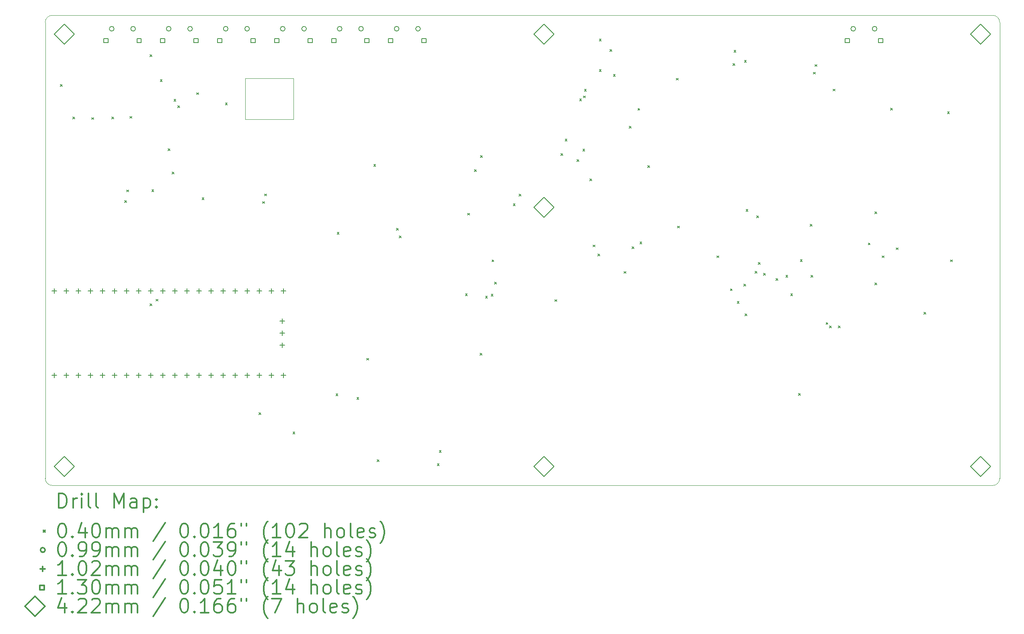
<source format=gbr>
%FSLAX45Y45*%
G04 Gerber Fmt 4.5, Leading zero omitted, Abs format (unit mm)*
G04 Created by KiCad (PCBNEW (5.1.9)-1) date 2021-09-13 12:18:12*
%MOMM*%
%LPD*%
G01*
G04 APERTURE LIST*
%TA.AperFunction,Profile*%
%ADD10C,0.100000*%
%TD*%
%TA.AperFunction,Profile*%
%ADD11C,0.050000*%
%TD*%
%ADD12C,0.200000*%
%ADD13C,0.300000*%
G04 APERTURE END LIST*
D10*
X10625000Y-4629000D02*
X10625000Y-5490000D01*
X9613000Y-4629000D02*
X10625000Y-4629000D01*
X9613000Y-5490000D02*
X9613000Y-4629000D01*
X10625000Y-5490000D02*
X9613000Y-5490000D01*
D11*
X25350000Y-3300000D02*
G75*
G02*
X25500000Y-3450000I0J-150000D01*
G01*
X25500000Y-13060000D02*
G75*
G02*
X25350000Y-13210000I-150000J0D01*
G01*
X5550000Y-13210000D02*
G75*
G02*
X5400000Y-13060000I0J150000D01*
G01*
X5400000Y-3450000D02*
G75*
G02*
X5550000Y-3300000I150000J0D01*
G01*
X5400000Y-13060000D02*
X5400000Y-3450000D01*
X25350000Y-13210000D02*
X5550000Y-13210000D01*
X25500000Y-3450000D02*
X25500000Y-13060000D01*
X5550000Y-3300000D02*
X25350000Y-3300000D01*
D12*
X5715000Y-4756000D02*
X5755000Y-4796000D01*
X5755000Y-4756000D02*
X5715000Y-4796000D01*
X5982000Y-5443000D02*
X6022000Y-5483000D01*
X6022000Y-5443000D02*
X5982000Y-5483000D01*
X6378000Y-5458000D02*
X6418000Y-5498000D01*
X6418000Y-5458000D02*
X6378000Y-5498000D01*
X6800000Y-5442000D02*
X6840000Y-5482000D01*
X6840000Y-5442000D02*
X6800000Y-5482000D01*
X7069999Y-7208000D02*
X7109999Y-7248000D01*
X7109999Y-7208000D02*
X7069999Y-7248000D01*
X7113000Y-6981000D02*
X7153000Y-7021000D01*
X7153000Y-6981000D02*
X7113000Y-7021000D01*
X7181000Y-5432000D02*
X7221000Y-5472000D01*
X7221000Y-5432000D02*
X7181000Y-5472000D01*
X7605000Y-4133000D02*
X7645000Y-4173000D01*
X7645000Y-4133000D02*
X7605000Y-4173000D01*
X7608000Y-9381000D02*
X7648000Y-9421000D01*
X7648000Y-9381000D02*
X7608000Y-9421000D01*
X7644000Y-6977000D02*
X7684000Y-7017000D01*
X7684000Y-6977000D02*
X7644000Y-7017000D01*
X7731000Y-9283000D02*
X7771000Y-9323000D01*
X7771000Y-9283000D02*
X7731000Y-9323000D01*
X7823000Y-4658000D02*
X7863000Y-4698000D01*
X7863000Y-4658000D02*
X7823000Y-4698000D01*
X7990000Y-6116000D02*
X8030000Y-6156000D01*
X8030000Y-6116000D02*
X7990000Y-6156000D01*
X8072000Y-6603000D02*
X8112000Y-6643000D01*
X8112000Y-6603000D02*
X8072000Y-6643000D01*
X8110000Y-5074000D02*
X8150000Y-5114000D01*
X8150000Y-5074000D02*
X8110000Y-5114000D01*
X8187406Y-5207761D02*
X8227406Y-5247761D01*
X8227406Y-5207761D02*
X8187406Y-5247761D01*
X8588000Y-4931000D02*
X8628000Y-4971000D01*
X8628000Y-4931000D02*
X8588000Y-4971000D01*
X8702000Y-7143000D02*
X8742000Y-7183000D01*
X8742000Y-7143000D02*
X8702000Y-7183000D01*
X9194495Y-5146495D02*
X9234495Y-5186495D01*
X9234495Y-5146495D02*
X9194495Y-5186495D01*
X9899500Y-11674500D02*
X9939500Y-11714500D01*
X9939500Y-11674500D02*
X9899500Y-11714500D01*
X9977000Y-7226000D02*
X10017000Y-7266000D01*
X10017000Y-7226000D02*
X9977000Y-7266000D01*
X10019000Y-7066000D02*
X10059000Y-7106000D01*
X10059000Y-7066000D02*
X10019000Y-7106000D01*
X10615000Y-12085000D02*
X10655000Y-12125000D01*
X10655000Y-12085000D02*
X10615000Y-12125000D01*
X11522000Y-11279000D02*
X11562000Y-11319000D01*
X11562000Y-11279000D02*
X11522000Y-11319000D01*
X11548000Y-7874000D02*
X11588000Y-7914000D01*
X11588000Y-7874000D02*
X11548000Y-7914000D01*
X11963000Y-11352000D02*
X12003000Y-11392000D01*
X12003000Y-11352000D02*
X11963000Y-11392000D01*
X12167000Y-10529000D02*
X12207000Y-10569000D01*
X12207000Y-10529000D02*
X12167000Y-10569000D01*
X12317000Y-6445000D02*
X12357000Y-6485000D01*
X12357000Y-6445000D02*
X12317000Y-6485000D01*
X12390000Y-12666000D02*
X12430000Y-12706000D01*
X12430000Y-12666000D02*
X12390000Y-12706000D01*
X12798000Y-7787000D02*
X12838000Y-7827000D01*
X12838000Y-7787000D02*
X12798000Y-7827000D01*
X12854000Y-7953000D02*
X12894000Y-7993000D01*
X12894000Y-7953000D02*
X12854000Y-7993000D01*
X13656000Y-12751000D02*
X13696000Y-12791000D01*
X13696000Y-12751000D02*
X13656000Y-12791000D01*
X13697000Y-12473000D02*
X13737000Y-12513000D01*
X13737000Y-12473000D02*
X13697000Y-12513000D01*
X14248000Y-9171000D02*
X14288000Y-9211000D01*
X14288000Y-9171000D02*
X14248000Y-9211000D01*
X14295000Y-7472000D02*
X14335000Y-7512000D01*
X14335000Y-7472000D02*
X14295000Y-7512000D01*
X14437502Y-6550498D02*
X14477502Y-6590498D01*
X14477502Y-6550498D02*
X14437502Y-6590498D01*
X14560000Y-10420000D02*
X14600000Y-10460000D01*
X14600000Y-10420000D02*
X14560000Y-10460000D01*
X14568000Y-6260000D02*
X14608000Y-6300000D01*
X14608000Y-6260000D02*
X14568000Y-6300000D01*
X14671000Y-9223000D02*
X14711000Y-9263000D01*
X14711000Y-9223000D02*
X14671000Y-9263000D01*
X14791000Y-9181000D02*
X14831000Y-9221000D01*
X14831000Y-9181000D02*
X14791000Y-9221000D01*
X14806000Y-8453000D02*
X14846000Y-8493000D01*
X14846000Y-8453000D02*
X14806000Y-8493000D01*
X14861001Y-8921000D02*
X14901001Y-8961000D01*
X14901001Y-8921000D02*
X14861001Y-8961000D01*
X15256000Y-7270000D02*
X15296000Y-7310000D01*
X15296000Y-7270000D02*
X15256000Y-7310000D01*
X15377000Y-7070000D02*
X15417000Y-7110000D01*
X15417000Y-7070000D02*
X15377000Y-7110000D01*
X16133004Y-9292001D02*
X16173004Y-9332001D01*
X16173004Y-9292001D02*
X16133004Y-9332001D01*
X16260000Y-6217000D02*
X16300000Y-6257000D01*
X16300000Y-6217000D02*
X16260000Y-6257000D01*
X16349000Y-5912000D02*
X16389000Y-5952000D01*
X16389000Y-5912000D02*
X16349000Y-5952000D01*
X16596000Y-6339999D02*
X16636000Y-6379999D01*
X16636000Y-6339999D02*
X16596000Y-6379999D01*
X16652498Y-5061498D02*
X16692498Y-5101498D01*
X16692498Y-5061498D02*
X16652498Y-5101498D01*
X16721000Y-6123000D02*
X16761000Y-6163000D01*
X16761000Y-6123000D02*
X16721000Y-6163000D01*
X16730657Y-4999117D02*
X16770657Y-5039117D01*
X16770657Y-4999117D02*
X16730657Y-5039117D01*
X16755000Y-4860000D02*
X16795000Y-4900000D01*
X16795000Y-4860000D02*
X16755000Y-4900000D01*
X16869000Y-6749000D02*
X16909000Y-6789000D01*
X16909000Y-6749000D02*
X16869000Y-6789000D01*
X16937000Y-8140000D02*
X16977000Y-8180000D01*
X16977000Y-8140000D02*
X16937000Y-8180000D01*
X17038717Y-8329717D02*
X17078717Y-8369717D01*
X17078717Y-8329717D02*
X17038717Y-8369717D01*
X17067000Y-3804000D02*
X17107000Y-3844000D01*
X17107000Y-3804000D02*
X17067000Y-3844000D01*
X17067000Y-4446000D02*
X17107000Y-4486000D01*
X17107000Y-4446000D02*
X17067000Y-4486000D01*
X17295000Y-4020000D02*
X17335000Y-4060000D01*
X17335000Y-4020000D02*
X17295000Y-4060000D01*
X17365001Y-4544000D02*
X17405001Y-4584000D01*
X17405001Y-4544000D02*
X17365001Y-4584000D01*
X17587002Y-8700001D02*
X17627002Y-8740001D01*
X17627002Y-8700001D02*
X17587002Y-8740001D01*
X17700000Y-5637001D02*
X17740000Y-5677001D01*
X17740000Y-5637001D02*
X17700000Y-5677001D01*
X17755000Y-8176000D02*
X17795000Y-8216000D01*
X17795000Y-8176000D02*
X17755000Y-8216000D01*
X17881000Y-5263000D02*
X17921000Y-5303000D01*
X17921000Y-5263000D02*
X17881000Y-5303000D01*
X17922000Y-8078000D02*
X17962000Y-8118000D01*
X17962000Y-8078000D02*
X17922000Y-8118000D01*
X18088998Y-6471002D02*
X18128998Y-6511002D01*
X18128998Y-6471002D02*
X18088998Y-6511002D01*
X18686000Y-4627000D02*
X18726000Y-4667000D01*
X18726000Y-4627000D02*
X18686000Y-4667000D01*
X18716000Y-7742000D02*
X18756000Y-7782000D01*
X18756000Y-7742000D02*
X18716000Y-7782000D01*
X19544000Y-8369000D02*
X19584000Y-8409000D01*
X19584000Y-8369000D02*
X19544000Y-8409000D01*
X19828000Y-9064000D02*
X19868000Y-9104000D01*
X19868000Y-9064000D02*
X19828000Y-9104000D01*
X19883750Y-4320750D02*
X19923750Y-4360750D01*
X19923750Y-4320750D02*
X19883750Y-4360750D01*
X19903000Y-4038000D02*
X19943000Y-4078000D01*
X19943000Y-4038000D02*
X19903000Y-4078000D01*
X19972000Y-9330000D02*
X20012000Y-9370000D01*
X20012000Y-9330000D02*
X19972000Y-9370000D01*
X20112000Y-8965000D02*
X20152000Y-9005000D01*
X20152000Y-8965000D02*
X20112000Y-9005000D01*
X20125000Y-4253000D02*
X20165000Y-4293000D01*
X20165000Y-4253000D02*
X20125000Y-4293000D01*
X20138213Y-9595210D02*
X20178213Y-9635210D01*
X20178213Y-9595210D02*
X20138213Y-9635210D01*
X20157498Y-7393502D02*
X20197498Y-7433502D01*
X20197498Y-7393502D02*
X20157498Y-7433502D01*
X20349000Y-8696999D02*
X20389000Y-8736999D01*
X20389000Y-8696999D02*
X20349000Y-8736999D01*
X20380000Y-7530000D02*
X20420000Y-7570000D01*
X20420000Y-7530000D02*
X20380000Y-7570000D01*
X20418000Y-8508000D02*
X20458000Y-8548000D01*
X20458000Y-8508000D02*
X20418000Y-8548000D01*
X20528000Y-8736000D02*
X20568000Y-8776000D01*
X20568000Y-8736000D02*
X20528000Y-8776000D01*
X20786000Y-8846000D02*
X20826000Y-8886000D01*
X20826000Y-8846000D02*
X20786000Y-8886000D01*
X20996538Y-8780003D02*
X21036538Y-8820003D01*
X21036538Y-8780003D02*
X20996538Y-8820003D01*
X21097000Y-9170000D02*
X21137000Y-9210000D01*
X21137000Y-9170000D02*
X21097000Y-9210000D01*
X21264000Y-11267000D02*
X21304000Y-11307000D01*
X21304000Y-11267000D02*
X21264000Y-11307000D01*
X21301000Y-8451000D02*
X21341000Y-8491000D01*
X21341000Y-8451000D02*
X21301000Y-8491000D01*
X21508002Y-7707002D02*
X21548002Y-7747002D01*
X21548002Y-7707002D02*
X21508002Y-7747002D01*
X21525999Y-8780003D02*
X21565999Y-8820003D01*
X21565999Y-8780003D02*
X21525999Y-8820003D01*
X21577000Y-4500000D02*
X21617000Y-4540000D01*
X21617000Y-4500000D02*
X21577000Y-4540000D01*
X21610000Y-4339000D02*
X21650000Y-4379000D01*
X21650000Y-4339000D02*
X21610000Y-4379000D01*
X21841840Y-9774998D02*
X21881840Y-9814998D01*
X21881840Y-9774998D02*
X21841840Y-9814998D01*
X21915000Y-9844999D02*
X21955000Y-9884999D01*
X21955000Y-9844999D02*
X21915000Y-9884999D01*
X21988000Y-4855000D02*
X22028000Y-4895000D01*
X22028000Y-4855000D02*
X21988000Y-4895000D01*
X22099116Y-9848422D02*
X22139116Y-9888422D01*
X22139116Y-9848422D02*
X22099116Y-9888422D01*
X22731625Y-8097379D02*
X22771625Y-8137379D01*
X22771625Y-8097379D02*
X22731625Y-8137379D01*
X22869000Y-8941000D02*
X22909000Y-8981000D01*
X22909000Y-8941000D02*
X22869000Y-8981000D01*
X22873000Y-7442000D02*
X22913000Y-7482000D01*
X22913000Y-7442000D02*
X22873000Y-7482000D01*
X23024502Y-8368502D02*
X23064502Y-8408502D01*
X23064502Y-8368502D02*
X23024502Y-8408502D01*
X23200000Y-5255000D02*
X23240000Y-5295000D01*
X23240000Y-5255000D02*
X23200000Y-5295000D01*
X23322000Y-8201000D02*
X23362000Y-8241000D01*
X23362000Y-8201000D02*
X23322000Y-8241000D01*
X23906000Y-9561000D02*
X23946000Y-9601000D01*
X23946000Y-9561000D02*
X23906000Y-9601000D01*
X24399000Y-5337000D02*
X24439000Y-5377000D01*
X24439000Y-5337000D02*
X24399000Y-5377000D01*
X24466000Y-8455000D02*
X24506000Y-8495000D01*
X24506000Y-8455000D02*
X24466000Y-8495000D01*
X6849500Y-3585000D02*
G75*
G03*
X6849500Y-3585000I-49500J0D01*
G01*
X7299500Y-3585000D02*
G75*
G03*
X7299500Y-3585000I-49500J0D01*
G01*
X8049500Y-3585000D02*
G75*
G03*
X8049500Y-3585000I-49500J0D01*
G01*
X8499500Y-3585000D02*
G75*
G03*
X8499500Y-3585000I-49500J0D01*
G01*
X9249500Y-3585000D02*
G75*
G03*
X9249500Y-3585000I-49500J0D01*
G01*
X9699500Y-3585000D02*
G75*
G03*
X9699500Y-3585000I-49500J0D01*
G01*
X10449500Y-3585000D02*
G75*
G03*
X10449500Y-3585000I-49500J0D01*
G01*
X10899500Y-3585000D02*
G75*
G03*
X10899500Y-3585000I-49500J0D01*
G01*
X11649500Y-3585000D02*
G75*
G03*
X11649500Y-3585000I-49500J0D01*
G01*
X12099500Y-3585000D02*
G75*
G03*
X12099500Y-3585000I-49500J0D01*
G01*
X12849500Y-3585000D02*
G75*
G03*
X12849500Y-3585000I-49500J0D01*
G01*
X13299500Y-3585000D02*
G75*
G03*
X13299500Y-3585000I-49500J0D01*
G01*
X22464500Y-3585000D02*
G75*
G03*
X22464500Y-3585000I-49500J0D01*
G01*
X22914500Y-3585000D02*
G75*
G03*
X22914500Y-3585000I-49500J0D01*
G01*
X5591000Y-9057000D02*
X5591000Y-9159000D01*
X5540000Y-9108000D02*
X5642000Y-9108000D01*
X5591000Y-10835000D02*
X5591000Y-10937000D01*
X5540000Y-10886000D02*
X5642000Y-10886000D01*
X5845000Y-9057000D02*
X5845000Y-9159000D01*
X5794000Y-9108000D02*
X5896000Y-9108000D01*
X5845000Y-10835000D02*
X5845000Y-10937000D01*
X5794000Y-10886000D02*
X5896000Y-10886000D01*
X6099000Y-9057000D02*
X6099000Y-9159000D01*
X6048000Y-9108000D02*
X6150000Y-9108000D01*
X6099000Y-10835000D02*
X6099000Y-10937000D01*
X6048000Y-10886000D02*
X6150000Y-10886000D01*
X6353000Y-9057000D02*
X6353000Y-9159000D01*
X6302000Y-9108000D02*
X6404000Y-9108000D01*
X6353000Y-10835000D02*
X6353000Y-10937000D01*
X6302000Y-10886000D02*
X6404000Y-10886000D01*
X6607000Y-9057000D02*
X6607000Y-9159000D01*
X6556000Y-9108000D02*
X6658000Y-9108000D01*
X6607000Y-10835000D02*
X6607000Y-10937000D01*
X6556000Y-10886000D02*
X6658000Y-10886000D01*
X6861000Y-9057000D02*
X6861000Y-9159000D01*
X6810000Y-9108000D02*
X6912000Y-9108000D01*
X6861000Y-10835000D02*
X6861000Y-10937000D01*
X6810000Y-10886000D02*
X6912000Y-10886000D01*
X7115000Y-9057000D02*
X7115000Y-9159000D01*
X7064000Y-9108000D02*
X7166000Y-9108000D01*
X7115000Y-10835000D02*
X7115000Y-10937000D01*
X7064000Y-10886000D02*
X7166000Y-10886000D01*
X7369000Y-9057000D02*
X7369000Y-9159000D01*
X7318000Y-9108000D02*
X7420000Y-9108000D01*
X7369000Y-10835000D02*
X7369000Y-10937000D01*
X7318000Y-10886000D02*
X7420000Y-10886000D01*
X7623000Y-9057000D02*
X7623000Y-9159000D01*
X7572000Y-9108000D02*
X7674000Y-9108000D01*
X7623000Y-10835000D02*
X7623000Y-10937000D01*
X7572000Y-10886000D02*
X7674000Y-10886000D01*
X7877000Y-9057000D02*
X7877000Y-9159000D01*
X7826000Y-9108000D02*
X7928000Y-9108000D01*
X7877000Y-10835000D02*
X7877000Y-10937000D01*
X7826000Y-10886000D02*
X7928000Y-10886000D01*
X8131000Y-9057000D02*
X8131000Y-9159000D01*
X8080000Y-9108000D02*
X8182000Y-9108000D01*
X8131000Y-10835000D02*
X8131000Y-10937000D01*
X8080000Y-10886000D02*
X8182000Y-10886000D01*
X8385000Y-9057000D02*
X8385000Y-9159000D01*
X8334000Y-9108000D02*
X8436000Y-9108000D01*
X8385000Y-10835000D02*
X8385000Y-10937000D01*
X8334000Y-10886000D02*
X8436000Y-10886000D01*
X8639000Y-9057000D02*
X8639000Y-9159000D01*
X8588000Y-9108000D02*
X8690000Y-9108000D01*
X8639000Y-10835000D02*
X8639000Y-10937000D01*
X8588000Y-10886000D02*
X8690000Y-10886000D01*
X8893000Y-9057000D02*
X8893000Y-9159000D01*
X8842000Y-9108000D02*
X8944000Y-9108000D01*
X8893000Y-10835000D02*
X8893000Y-10937000D01*
X8842000Y-10886000D02*
X8944000Y-10886000D01*
X9147000Y-9057000D02*
X9147000Y-9159000D01*
X9096000Y-9108000D02*
X9198000Y-9108000D01*
X9147000Y-10835000D02*
X9147000Y-10937000D01*
X9096000Y-10886000D02*
X9198000Y-10886000D01*
X9401000Y-9057000D02*
X9401000Y-9159000D01*
X9350000Y-9108000D02*
X9452000Y-9108000D01*
X9401000Y-10835000D02*
X9401000Y-10937000D01*
X9350000Y-10886000D02*
X9452000Y-10886000D01*
X9655000Y-9057000D02*
X9655000Y-9159000D01*
X9604000Y-9108000D02*
X9706000Y-9108000D01*
X9655000Y-10835000D02*
X9655000Y-10937000D01*
X9604000Y-10886000D02*
X9706000Y-10886000D01*
X9909000Y-9057000D02*
X9909000Y-9159000D01*
X9858000Y-9108000D02*
X9960000Y-9108000D01*
X9909000Y-10835000D02*
X9909000Y-10937000D01*
X9858000Y-10886000D02*
X9960000Y-10886000D01*
X10163000Y-9057000D02*
X10163000Y-9159000D01*
X10112000Y-9108000D02*
X10214000Y-9108000D01*
X10163000Y-10835000D02*
X10163000Y-10937000D01*
X10112000Y-10886000D02*
X10214000Y-10886000D01*
X10394000Y-9692000D02*
X10394000Y-9794000D01*
X10343000Y-9743000D02*
X10445000Y-9743000D01*
X10394000Y-9946000D02*
X10394000Y-10048000D01*
X10343000Y-9997000D02*
X10445000Y-9997000D01*
X10394000Y-10200000D02*
X10394000Y-10302000D01*
X10343000Y-10251000D02*
X10445000Y-10251000D01*
X10417000Y-9057000D02*
X10417000Y-9159000D01*
X10366000Y-9108000D02*
X10468000Y-9108000D01*
X10417000Y-10835000D02*
X10417000Y-10937000D01*
X10366000Y-10886000D02*
X10468000Y-10886000D01*
X6720962Y-3879962D02*
X6720962Y-3788038D01*
X6629038Y-3788038D01*
X6629038Y-3879962D01*
X6720962Y-3879962D01*
X7421962Y-3879962D02*
X7421962Y-3788038D01*
X7330038Y-3788038D01*
X7330038Y-3879962D01*
X7421962Y-3879962D01*
X7920962Y-3879962D02*
X7920962Y-3788038D01*
X7829038Y-3788038D01*
X7829038Y-3879962D01*
X7920962Y-3879962D01*
X8621962Y-3879962D02*
X8621962Y-3788038D01*
X8530038Y-3788038D01*
X8530038Y-3879962D01*
X8621962Y-3879962D01*
X9120962Y-3879962D02*
X9120962Y-3788038D01*
X9029038Y-3788038D01*
X9029038Y-3879962D01*
X9120962Y-3879962D01*
X9821962Y-3879962D02*
X9821962Y-3788038D01*
X9730038Y-3788038D01*
X9730038Y-3879962D01*
X9821962Y-3879962D01*
X10320962Y-3879962D02*
X10320962Y-3788038D01*
X10229038Y-3788038D01*
X10229038Y-3879962D01*
X10320962Y-3879962D01*
X11021962Y-3879962D02*
X11021962Y-3788038D01*
X10930038Y-3788038D01*
X10930038Y-3879962D01*
X11021962Y-3879962D01*
X11520962Y-3879962D02*
X11520962Y-3788038D01*
X11429038Y-3788038D01*
X11429038Y-3879962D01*
X11520962Y-3879962D01*
X12221962Y-3879962D02*
X12221962Y-3788038D01*
X12130038Y-3788038D01*
X12130038Y-3879962D01*
X12221962Y-3879962D01*
X12720962Y-3879962D02*
X12720962Y-3788038D01*
X12629038Y-3788038D01*
X12629038Y-3879962D01*
X12720962Y-3879962D01*
X13421962Y-3879962D02*
X13421962Y-3788038D01*
X13330038Y-3788038D01*
X13330038Y-3879962D01*
X13421962Y-3879962D01*
X22335962Y-3879962D02*
X22335962Y-3788038D01*
X22244038Y-3788038D01*
X22244038Y-3879962D01*
X22335962Y-3879962D01*
X23036962Y-3879962D02*
X23036962Y-3788038D01*
X22945038Y-3788038D01*
X22945038Y-3879962D01*
X23036962Y-3879962D01*
X5800000Y-3911000D02*
X6011000Y-3700000D01*
X5800000Y-3489000D01*
X5589000Y-3700000D01*
X5800000Y-3911000D01*
X5800000Y-13021000D02*
X6011000Y-12810000D01*
X5800000Y-12599000D01*
X5589000Y-12810000D01*
X5800000Y-13021000D01*
X15900000Y-3911000D02*
X16111000Y-3700000D01*
X15900000Y-3489000D01*
X15689000Y-3700000D01*
X15900000Y-3911000D01*
X15900000Y-7556000D02*
X16111000Y-7345000D01*
X15900000Y-7134000D01*
X15689000Y-7345000D01*
X15900000Y-7556000D01*
X15900000Y-13021000D02*
X16111000Y-12810000D01*
X15900000Y-12599000D01*
X15689000Y-12810000D01*
X15900000Y-13021000D01*
X25100000Y-3911000D02*
X25311000Y-3700000D01*
X25100000Y-3489000D01*
X24889000Y-3700000D01*
X25100000Y-3911000D01*
X25100000Y-13021000D02*
X25311000Y-12810000D01*
X25100000Y-12599000D01*
X24889000Y-12810000D01*
X25100000Y-13021000D01*
D13*
X5683928Y-13678214D02*
X5683928Y-13378214D01*
X5755357Y-13378214D01*
X5798214Y-13392500D01*
X5826786Y-13421071D01*
X5841071Y-13449643D01*
X5855357Y-13506786D01*
X5855357Y-13549643D01*
X5841071Y-13606786D01*
X5826786Y-13635357D01*
X5798214Y-13663929D01*
X5755357Y-13678214D01*
X5683928Y-13678214D01*
X5983928Y-13678214D02*
X5983928Y-13478214D01*
X5983928Y-13535357D02*
X5998214Y-13506786D01*
X6012500Y-13492500D01*
X6041071Y-13478214D01*
X6069643Y-13478214D01*
X6169643Y-13678214D02*
X6169643Y-13478214D01*
X6169643Y-13378214D02*
X6155357Y-13392500D01*
X6169643Y-13406786D01*
X6183928Y-13392500D01*
X6169643Y-13378214D01*
X6169643Y-13406786D01*
X6355357Y-13678214D02*
X6326786Y-13663929D01*
X6312500Y-13635357D01*
X6312500Y-13378214D01*
X6512500Y-13678214D02*
X6483928Y-13663929D01*
X6469643Y-13635357D01*
X6469643Y-13378214D01*
X6855357Y-13678214D02*
X6855357Y-13378214D01*
X6955357Y-13592500D01*
X7055357Y-13378214D01*
X7055357Y-13678214D01*
X7326786Y-13678214D02*
X7326786Y-13521071D01*
X7312500Y-13492500D01*
X7283928Y-13478214D01*
X7226786Y-13478214D01*
X7198214Y-13492500D01*
X7326786Y-13663929D02*
X7298214Y-13678214D01*
X7226786Y-13678214D01*
X7198214Y-13663929D01*
X7183928Y-13635357D01*
X7183928Y-13606786D01*
X7198214Y-13578214D01*
X7226786Y-13563929D01*
X7298214Y-13563929D01*
X7326786Y-13549643D01*
X7469643Y-13478214D02*
X7469643Y-13778214D01*
X7469643Y-13492500D02*
X7498214Y-13478214D01*
X7555357Y-13478214D01*
X7583928Y-13492500D01*
X7598214Y-13506786D01*
X7612500Y-13535357D01*
X7612500Y-13621071D01*
X7598214Y-13649643D01*
X7583928Y-13663929D01*
X7555357Y-13678214D01*
X7498214Y-13678214D01*
X7469643Y-13663929D01*
X7741071Y-13649643D02*
X7755357Y-13663929D01*
X7741071Y-13678214D01*
X7726786Y-13663929D01*
X7741071Y-13649643D01*
X7741071Y-13678214D01*
X7741071Y-13492500D02*
X7755357Y-13506786D01*
X7741071Y-13521071D01*
X7726786Y-13506786D01*
X7741071Y-13492500D01*
X7741071Y-13521071D01*
X5357500Y-14152500D02*
X5397500Y-14192500D01*
X5397500Y-14152500D02*
X5357500Y-14192500D01*
X5741071Y-14008214D02*
X5769643Y-14008214D01*
X5798214Y-14022500D01*
X5812500Y-14036786D01*
X5826786Y-14065357D01*
X5841071Y-14122500D01*
X5841071Y-14193929D01*
X5826786Y-14251071D01*
X5812500Y-14279643D01*
X5798214Y-14293929D01*
X5769643Y-14308214D01*
X5741071Y-14308214D01*
X5712500Y-14293929D01*
X5698214Y-14279643D01*
X5683928Y-14251071D01*
X5669643Y-14193929D01*
X5669643Y-14122500D01*
X5683928Y-14065357D01*
X5698214Y-14036786D01*
X5712500Y-14022500D01*
X5741071Y-14008214D01*
X5969643Y-14279643D02*
X5983928Y-14293929D01*
X5969643Y-14308214D01*
X5955357Y-14293929D01*
X5969643Y-14279643D01*
X5969643Y-14308214D01*
X6241071Y-14108214D02*
X6241071Y-14308214D01*
X6169643Y-13993929D02*
X6098214Y-14208214D01*
X6283928Y-14208214D01*
X6455357Y-14008214D02*
X6483928Y-14008214D01*
X6512500Y-14022500D01*
X6526786Y-14036786D01*
X6541071Y-14065357D01*
X6555357Y-14122500D01*
X6555357Y-14193929D01*
X6541071Y-14251071D01*
X6526786Y-14279643D01*
X6512500Y-14293929D01*
X6483928Y-14308214D01*
X6455357Y-14308214D01*
X6426786Y-14293929D01*
X6412500Y-14279643D01*
X6398214Y-14251071D01*
X6383928Y-14193929D01*
X6383928Y-14122500D01*
X6398214Y-14065357D01*
X6412500Y-14036786D01*
X6426786Y-14022500D01*
X6455357Y-14008214D01*
X6683928Y-14308214D02*
X6683928Y-14108214D01*
X6683928Y-14136786D02*
X6698214Y-14122500D01*
X6726786Y-14108214D01*
X6769643Y-14108214D01*
X6798214Y-14122500D01*
X6812500Y-14151071D01*
X6812500Y-14308214D01*
X6812500Y-14151071D02*
X6826786Y-14122500D01*
X6855357Y-14108214D01*
X6898214Y-14108214D01*
X6926786Y-14122500D01*
X6941071Y-14151071D01*
X6941071Y-14308214D01*
X7083928Y-14308214D02*
X7083928Y-14108214D01*
X7083928Y-14136786D02*
X7098214Y-14122500D01*
X7126786Y-14108214D01*
X7169643Y-14108214D01*
X7198214Y-14122500D01*
X7212500Y-14151071D01*
X7212500Y-14308214D01*
X7212500Y-14151071D02*
X7226786Y-14122500D01*
X7255357Y-14108214D01*
X7298214Y-14108214D01*
X7326786Y-14122500D01*
X7341071Y-14151071D01*
X7341071Y-14308214D01*
X7926786Y-13993929D02*
X7669643Y-14379643D01*
X8312500Y-14008214D02*
X8341071Y-14008214D01*
X8369643Y-14022500D01*
X8383928Y-14036786D01*
X8398214Y-14065357D01*
X8412500Y-14122500D01*
X8412500Y-14193929D01*
X8398214Y-14251071D01*
X8383928Y-14279643D01*
X8369643Y-14293929D01*
X8341071Y-14308214D01*
X8312500Y-14308214D01*
X8283928Y-14293929D01*
X8269643Y-14279643D01*
X8255357Y-14251071D01*
X8241071Y-14193929D01*
X8241071Y-14122500D01*
X8255357Y-14065357D01*
X8269643Y-14036786D01*
X8283928Y-14022500D01*
X8312500Y-14008214D01*
X8541071Y-14279643D02*
X8555357Y-14293929D01*
X8541071Y-14308214D01*
X8526786Y-14293929D01*
X8541071Y-14279643D01*
X8541071Y-14308214D01*
X8741071Y-14008214D02*
X8769643Y-14008214D01*
X8798214Y-14022500D01*
X8812500Y-14036786D01*
X8826786Y-14065357D01*
X8841071Y-14122500D01*
X8841071Y-14193929D01*
X8826786Y-14251071D01*
X8812500Y-14279643D01*
X8798214Y-14293929D01*
X8769643Y-14308214D01*
X8741071Y-14308214D01*
X8712500Y-14293929D01*
X8698214Y-14279643D01*
X8683928Y-14251071D01*
X8669643Y-14193929D01*
X8669643Y-14122500D01*
X8683928Y-14065357D01*
X8698214Y-14036786D01*
X8712500Y-14022500D01*
X8741071Y-14008214D01*
X9126786Y-14308214D02*
X8955357Y-14308214D01*
X9041071Y-14308214D02*
X9041071Y-14008214D01*
X9012500Y-14051071D01*
X8983928Y-14079643D01*
X8955357Y-14093929D01*
X9383928Y-14008214D02*
X9326786Y-14008214D01*
X9298214Y-14022500D01*
X9283928Y-14036786D01*
X9255357Y-14079643D01*
X9241071Y-14136786D01*
X9241071Y-14251071D01*
X9255357Y-14279643D01*
X9269643Y-14293929D01*
X9298214Y-14308214D01*
X9355357Y-14308214D01*
X9383928Y-14293929D01*
X9398214Y-14279643D01*
X9412500Y-14251071D01*
X9412500Y-14179643D01*
X9398214Y-14151071D01*
X9383928Y-14136786D01*
X9355357Y-14122500D01*
X9298214Y-14122500D01*
X9269643Y-14136786D01*
X9255357Y-14151071D01*
X9241071Y-14179643D01*
X9526786Y-14008214D02*
X9526786Y-14065357D01*
X9641071Y-14008214D02*
X9641071Y-14065357D01*
X10083928Y-14422500D02*
X10069643Y-14408214D01*
X10041071Y-14365357D01*
X10026786Y-14336786D01*
X10012500Y-14293929D01*
X9998214Y-14222500D01*
X9998214Y-14165357D01*
X10012500Y-14093929D01*
X10026786Y-14051071D01*
X10041071Y-14022500D01*
X10069643Y-13979643D01*
X10083928Y-13965357D01*
X10355357Y-14308214D02*
X10183928Y-14308214D01*
X10269643Y-14308214D02*
X10269643Y-14008214D01*
X10241071Y-14051071D01*
X10212500Y-14079643D01*
X10183928Y-14093929D01*
X10541071Y-14008214D02*
X10569643Y-14008214D01*
X10598214Y-14022500D01*
X10612500Y-14036786D01*
X10626786Y-14065357D01*
X10641071Y-14122500D01*
X10641071Y-14193929D01*
X10626786Y-14251071D01*
X10612500Y-14279643D01*
X10598214Y-14293929D01*
X10569643Y-14308214D01*
X10541071Y-14308214D01*
X10512500Y-14293929D01*
X10498214Y-14279643D01*
X10483928Y-14251071D01*
X10469643Y-14193929D01*
X10469643Y-14122500D01*
X10483928Y-14065357D01*
X10498214Y-14036786D01*
X10512500Y-14022500D01*
X10541071Y-14008214D01*
X10755357Y-14036786D02*
X10769643Y-14022500D01*
X10798214Y-14008214D01*
X10869643Y-14008214D01*
X10898214Y-14022500D01*
X10912500Y-14036786D01*
X10926786Y-14065357D01*
X10926786Y-14093929D01*
X10912500Y-14136786D01*
X10741071Y-14308214D01*
X10926786Y-14308214D01*
X11283928Y-14308214D02*
X11283928Y-14008214D01*
X11412500Y-14308214D02*
X11412500Y-14151071D01*
X11398214Y-14122500D01*
X11369643Y-14108214D01*
X11326786Y-14108214D01*
X11298214Y-14122500D01*
X11283928Y-14136786D01*
X11598214Y-14308214D02*
X11569643Y-14293929D01*
X11555357Y-14279643D01*
X11541071Y-14251071D01*
X11541071Y-14165357D01*
X11555357Y-14136786D01*
X11569643Y-14122500D01*
X11598214Y-14108214D01*
X11641071Y-14108214D01*
X11669643Y-14122500D01*
X11683928Y-14136786D01*
X11698214Y-14165357D01*
X11698214Y-14251071D01*
X11683928Y-14279643D01*
X11669643Y-14293929D01*
X11641071Y-14308214D01*
X11598214Y-14308214D01*
X11869643Y-14308214D02*
X11841071Y-14293929D01*
X11826786Y-14265357D01*
X11826786Y-14008214D01*
X12098214Y-14293929D02*
X12069643Y-14308214D01*
X12012500Y-14308214D01*
X11983928Y-14293929D01*
X11969643Y-14265357D01*
X11969643Y-14151071D01*
X11983928Y-14122500D01*
X12012500Y-14108214D01*
X12069643Y-14108214D01*
X12098214Y-14122500D01*
X12112500Y-14151071D01*
X12112500Y-14179643D01*
X11969643Y-14208214D01*
X12226786Y-14293929D02*
X12255357Y-14308214D01*
X12312500Y-14308214D01*
X12341071Y-14293929D01*
X12355357Y-14265357D01*
X12355357Y-14251071D01*
X12341071Y-14222500D01*
X12312500Y-14208214D01*
X12269643Y-14208214D01*
X12241071Y-14193929D01*
X12226786Y-14165357D01*
X12226786Y-14151071D01*
X12241071Y-14122500D01*
X12269643Y-14108214D01*
X12312500Y-14108214D01*
X12341071Y-14122500D01*
X12455357Y-14422500D02*
X12469643Y-14408214D01*
X12498214Y-14365357D01*
X12512500Y-14336786D01*
X12526786Y-14293929D01*
X12541071Y-14222500D01*
X12541071Y-14165357D01*
X12526786Y-14093929D01*
X12512500Y-14051071D01*
X12498214Y-14022500D01*
X12469643Y-13979643D01*
X12455357Y-13965357D01*
X5397500Y-14568500D02*
G75*
G03*
X5397500Y-14568500I-49500J0D01*
G01*
X5741071Y-14404214D02*
X5769643Y-14404214D01*
X5798214Y-14418500D01*
X5812500Y-14432786D01*
X5826786Y-14461357D01*
X5841071Y-14518500D01*
X5841071Y-14589929D01*
X5826786Y-14647071D01*
X5812500Y-14675643D01*
X5798214Y-14689929D01*
X5769643Y-14704214D01*
X5741071Y-14704214D01*
X5712500Y-14689929D01*
X5698214Y-14675643D01*
X5683928Y-14647071D01*
X5669643Y-14589929D01*
X5669643Y-14518500D01*
X5683928Y-14461357D01*
X5698214Y-14432786D01*
X5712500Y-14418500D01*
X5741071Y-14404214D01*
X5969643Y-14675643D02*
X5983928Y-14689929D01*
X5969643Y-14704214D01*
X5955357Y-14689929D01*
X5969643Y-14675643D01*
X5969643Y-14704214D01*
X6126786Y-14704214D02*
X6183928Y-14704214D01*
X6212500Y-14689929D01*
X6226786Y-14675643D01*
X6255357Y-14632786D01*
X6269643Y-14575643D01*
X6269643Y-14461357D01*
X6255357Y-14432786D01*
X6241071Y-14418500D01*
X6212500Y-14404214D01*
X6155357Y-14404214D01*
X6126786Y-14418500D01*
X6112500Y-14432786D01*
X6098214Y-14461357D01*
X6098214Y-14532786D01*
X6112500Y-14561357D01*
X6126786Y-14575643D01*
X6155357Y-14589929D01*
X6212500Y-14589929D01*
X6241071Y-14575643D01*
X6255357Y-14561357D01*
X6269643Y-14532786D01*
X6412500Y-14704214D02*
X6469643Y-14704214D01*
X6498214Y-14689929D01*
X6512500Y-14675643D01*
X6541071Y-14632786D01*
X6555357Y-14575643D01*
X6555357Y-14461357D01*
X6541071Y-14432786D01*
X6526786Y-14418500D01*
X6498214Y-14404214D01*
X6441071Y-14404214D01*
X6412500Y-14418500D01*
X6398214Y-14432786D01*
X6383928Y-14461357D01*
X6383928Y-14532786D01*
X6398214Y-14561357D01*
X6412500Y-14575643D01*
X6441071Y-14589929D01*
X6498214Y-14589929D01*
X6526786Y-14575643D01*
X6541071Y-14561357D01*
X6555357Y-14532786D01*
X6683928Y-14704214D02*
X6683928Y-14504214D01*
X6683928Y-14532786D02*
X6698214Y-14518500D01*
X6726786Y-14504214D01*
X6769643Y-14504214D01*
X6798214Y-14518500D01*
X6812500Y-14547071D01*
X6812500Y-14704214D01*
X6812500Y-14547071D02*
X6826786Y-14518500D01*
X6855357Y-14504214D01*
X6898214Y-14504214D01*
X6926786Y-14518500D01*
X6941071Y-14547071D01*
X6941071Y-14704214D01*
X7083928Y-14704214D02*
X7083928Y-14504214D01*
X7083928Y-14532786D02*
X7098214Y-14518500D01*
X7126786Y-14504214D01*
X7169643Y-14504214D01*
X7198214Y-14518500D01*
X7212500Y-14547071D01*
X7212500Y-14704214D01*
X7212500Y-14547071D02*
X7226786Y-14518500D01*
X7255357Y-14504214D01*
X7298214Y-14504214D01*
X7326786Y-14518500D01*
X7341071Y-14547071D01*
X7341071Y-14704214D01*
X7926786Y-14389929D02*
X7669643Y-14775643D01*
X8312500Y-14404214D02*
X8341071Y-14404214D01*
X8369643Y-14418500D01*
X8383928Y-14432786D01*
X8398214Y-14461357D01*
X8412500Y-14518500D01*
X8412500Y-14589929D01*
X8398214Y-14647071D01*
X8383928Y-14675643D01*
X8369643Y-14689929D01*
X8341071Y-14704214D01*
X8312500Y-14704214D01*
X8283928Y-14689929D01*
X8269643Y-14675643D01*
X8255357Y-14647071D01*
X8241071Y-14589929D01*
X8241071Y-14518500D01*
X8255357Y-14461357D01*
X8269643Y-14432786D01*
X8283928Y-14418500D01*
X8312500Y-14404214D01*
X8541071Y-14675643D02*
X8555357Y-14689929D01*
X8541071Y-14704214D01*
X8526786Y-14689929D01*
X8541071Y-14675643D01*
X8541071Y-14704214D01*
X8741071Y-14404214D02*
X8769643Y-14404214D01*
X8798214Y-14418500D01*
X8812500Y-14432786D01*
X8826786Y-14461357D01*
X8841071Y-14518500D01*
X8841071Y-14589929D01*
X8826786Y-14647071D01*
X8812500Y-14675643D01*
X8798214Y-14689929D01*
X8769643Y-14704214D01*
X8741071Y-14704214D01*
X8712500Y-14689929D01*
X8698214Y-14675643D01*
X8683928Y-14647071D01*
X8669643Y-14589929D01*
X8669643Y-14518500D01*
X8683928Y-14461357D01*
X8698214Y-14432786D01*
X8712500Y-14418500D01*
X8741071Y-14404214D01*
X8941071Y-14404214D02*
X9126786Y-14404214D01*
X9026786Y-14518500D01*
X9069643Y-14518500D01*
X9098214Y-14532786D01*
X9112500Y-14547071D01*
X9126786Y-14575643D01*
X9126786Y-14647071D01*
X9112500Y-14675643D01*
X9098214Y-14689929D01*
X9069643Y-14704214D01*
X8983928Y-14704214D01*
X8955357Y-14689929D01*
X8941071Y-14675643D01*
X9269643Y-14704214D02*
X9326786Y-14704214D01*
X9355357Y-14689929D01*
X9369643Y-14675643D01*
X9398214Y-14632786D01*
X9412500Y-14575643D01*
X9412500Y-14461357D01*
X9398214Y-14432786D01*
X9383928Y-14418500D01*
X9355357Y-14404214D01*
X9298214Y-14404214D01*
X9269643Y-14418500D01*
X9255357Y-14432786D01*
X9241071Y-14461357D01*
X9241071Y-14532786D01*
X9255357Y-14561357D01*
X9269643Y-14575643D01*
X9298214Y-14589929D01*
X9355357Y-14589929D01*
X9383928Y-14575643D01*
X9398214Y-14561357D01*
X9412500Y-14532786D01*
X9526786Y-14404214D02*
X9526786Y-14461357D01*
X9641071Y-14404214D02*
X9641071Y-14461357D01*
X10083928Y-14818500D02*
X10069643Y-14804214D01*
X10041071Y-14761357D01*
X10026786Y-14732786D01*
X10012500Y-14689929D01*
X9998214Y-14618500D01*
X9998214Y-14561357D01*
X10012500Y-14489929D01*
X10026786Y-14447071D01*
X10041071Y-14418500D01*
X10069643Y-14375643D01*
X10083928Y-14361357D01*
X10355357Y-14704214D02*
X10183928Y-14704214D01*
X10269643Y-14704214D02*
X10269643Y-14404214D01*
X10241071Y-14447071D01*
X10212500Y-14475643D01*
X10183928Y-14489929D01*
X10612500Y-14504214D02*
X10612500Y-14704214D01*
X10541071Y-14389929D02*
X10469643Y-14604214D01*
X10655357Y-14604214D01*
X10998214Y-14704214D02*
X10998214Y-14404214D01*
X11126786Y-14704214D02*
X11126786Y-14547071D01*
X11112500Y-14518500D01*
X11083928Y-14504214D01*
X11041071Y-14504214D01*
X11012500Y-14518500D01*
X10998214Y-14532786D01*
X11312500Y-14704214D02*
X11283928Y-14689929D01*
X11269643Y-14675643D01*
X11255357Y-14647071D01*
X11255357Y-14561357D01*
X11269643Y-14532786D01*
X11283928Y-14518500D01*
X11312500Y-14504214D01*
X11355357Y-14504214D01*
X11383928Y-14518500D01*
X11398214Y-14532786D01*
X11412500Y-14561357D01*
X11412500Y-14647071D01*
X11398214Y-14675643D01*
X11383928Y-14689929D01*
X11355357Y-14704214D01*
X11312500Y-14704214D01*
X11583928Y-14704214D02*
X11555357Y-14689929D01*
X11541071Y-14661357D01*
X11541071Y-14404214D01*
X11812500Y-14689929D02*
X11783928Y-14704214D01*
X11726786Y-14704214D01*
X11698214Y-14689929D01*
X11683928Y-14661357D01*
X11683928Y-14547071D01*
X11698214Y-14518500D01*
X11726786Y-14504214D01*
X11783928Y-14504214D01*
X11812500Y-14518500D01*
X11826786Y-14547071D01*
X11826786Y-14575643D01*
X11683928Y-14604214D01*
X11941071Y-14689929D02*
X11969643Y-14704214D01*
X12026786Y-14704214D01*
X12055357Y-14689929D01*
X12069643Y-14661357D01*
X12069643Y-14647071D01*
X12055357Y-14618500D01*
X12026786Y-14604214D01*
X11983928Y-14604214D01*
X11955357Y-14589929D01*
X11941071Y-14561357D01*
X11941071Y-14547071D01*
X11955357Y-14518500D01*
X11983928Y-14504214D01*
X12026786Y-14504214D01*
X12055357Y-14518500D01*
X12169643Y-14818500D02*
X12183928Y-14804214D01*
X12212500Y-14761357D01*
X12226786Y-14732786D01*
X12241071Y-14689929D01*
X12255357Y-14618500D01*
X12255357Y-14561357D01*
X12241071Y-14489929D01*
X12226786Y-14447071D01*
X12212500Y-14418500D01*
X12183928Y-14375643D01*
X12169643Y-14361357D01*
X5346500Y-14913500D02*
X5346500Y-15015500D01*
X5295500Y-14964500D02*
X5397500Y-14964500D01*
X5841071Y-15100214D02*
X5669643Y-15100214D01*
X5755357Y-15100214D02*
X5755357Y-14800214D01*
X5726786Y-14843071D01*
X5698214Y-14871643D01*
X5669643Y-14885929D01*
X5969643Y-15071643D02*
X5983928Y-15085929D01*
X5969643Y-15100214D01*
X5955357Y-15085929D01*
X5969643Y-15071643D01*
X5969643Y-15100214D01*
X6169643Y-14800214D02*
X6198214Y-14800214D01*
X6226786Y-14814500D01*
X6241071Y-14828786D01*
X6255357Y-14857357D01*
X6269643Y-14914500D01*
X6269643Y-14985929D01*
X6255357Y-15043071D01*
X6241071Y-15071643D01*
X6226786Y-15085929D01*
X6198214Y-15100214D01*
X6169643Y-15100214D01*
X6141071Y-15085929D01*
X6126786Y-15071643D01*
X6112500Y-15043071D01*
X6098214Y-14985929D01*
X6098214Y-14914500D01*
X6112500Y-14857357D01*
X6126786Y-14828786D01*
X6141071Y-14814500D01*
X6169643Y-14800214D01*
X6383928Y-14828786D02*
X6398214Y-14814500D01*
X6426786Y-14800214D01*
X6498214Y-14800214D01*
X6526786Y-14814500D01*
X6541071Y-14828786D01*
X6555357Y-14857357D01*
X6555357Y-14885929D01*
X6541071Y-14928786D01*
X6369643Y-15100214D01*
X6555357Y-15100214D01*
X6683928Y-15100214D02*
X6683928Y-14900214D01*
X6683928Y-14928786D02*
X6698214Y-14914500D01*
X6726786Y-14900214D01*
X6769643Y-14900214D01*
X6798214Y-14914500D01*
X6812500Y-14943071D01*
X6812500Y-15100214D01*
X6812500Y-14943071D02*
X6826786Y-14914500D01*
X6855357Y-14900214D01*
X6898214Y-14900214D01*
X6926786Y-14914500D01*
X6941071Y-14943071D01*
X6941071Y-15100214D01*
X7083928Y-15100214D02*
X7083928Y-14900214D01*
X7083928Y-14928786D02*
X7098214Y-14914500D01*
X7126786Y-14900214D01*
X7169643Y-14900214D01*
X7198214Y-14914500D01*
X7212500Y-14943071D01*
X7212500Y-15100214D01*
X7212500Y-14943071D02*
X7226786Y-14914500D01*
X7255357Y-14900214D01*
X7298214Y-14900214D01*
X7326786Y-14914500D01*
X7341071Y-14943071D01*
X7341071Y-15100214D01*
X7926786Y-14785929D02*
X7669643Y-15171643D01*
X8312500Y-14800214D02*
X8341071Y-14800214D01*
X8369643Y-14814500D01*
X8383928Y-14828786D01*
X8398214Y-14857357D01*
X8412500Y-14914500D01*
X8412500Y-14985929D01*
X8398214Y-15043071D01*
X8383928Y-15071643D01*
X8369643Y-15085929D01*
X8341071Y-15100214D01*
X8312500Y-15100214D01*
X8283928Y-15085929D01*
X8269643Y-15071643D01*
X8255357Y-15043071D01*
X8241071Y-14985929D01*
X8241071Y-14914500D01*
X8255357Y-14857357D01*
X8269643Y-14828786D01*
X8283928Y-14814500D01*
X8312500Y-14800214D01*
X8541071Y-15071643D02*
X8555357Y-15085929D01*
X8541071Y-15100214D01*
X8526786Y-15085929D01*
X8541071Y-15071643D01*
X8541071Y-15100214D01*
X8741071Y-14800214D02*
X8769643Y-14800214D01*
X8798214Y-14814500D01*
X8812500Y-14828786D01*
X8826786Y-14857357D01*
X8841071Y-14914500D01*
X8841071Y-14985929D01*
X8826786Y-15043071D01*
X8812500Y-15071643D01*
X8798214Y-15085929D01*
X8769643Y-15100214D01*
X8741071Y-15100214D01*
X8712500Y-15085929D01*
X8698214Y-15071643D01*
X8683928Y-15043071D01*
X8669643Y-14985929D01*
X8669643Y-14914500D01*
X8683928Y-14857357D01*
X8698214Y-14828786D01*
X8712500Y-14814500D01*
X8741071Y-14800214D01*
X9098214Y-14900214D02*
X9098214Y-15100214D01*
X9026786Y-14785929D02*
X8955357Y-15000214D01*
X9141071Y-15000214D01*
X9312500Y-14800214D02*
X9341071Y-14800214D01*
X9369643Y-14814500D01*
X9383928Y-14828786D01*
X9398214Y-14857357D01*
X9412500Y-14914500D01*
X9412500Y-14985929D01*
X9398214Y-15043071D01*
X9383928Y-15071643D01*
X9369643Y-15085929D01*
X9341071Y-15100214D01*
X9312500Y-15100214D01*
X9283928Y-15085929D01*
X9269643Y-15071643D01*
X9255357Y-15043071D01*
X9241071Y-14985929D01*
X9241071Y-14914500D01*
X9255357Y-14857357D01*
X9269643Y-14828786D01*
X9283928Y-14814500D01*
X9312500Y-14800214D01*
X9526786Y-14800214D02*
X9526786Y-14857357D01*
X9641071Y-14800214D02*
X9641071Y-14857357D01*
X10083928Y-15214500D02*
X10069643Y-15200214D01*
X10041071Y-15157357D01*
X10026786Y-15128786D01*
X10012500Y-15085929D01*
X9998214Y-15014500D01*
X9998214Y-14957357D01*
X10012500Y-14885929D01*
X10026786Y-14843071D01*
X10041071Y-14814500D01*
X10069643Y-14771643D01*
X10083928Y-14757357D01*
X10326786Y-14900214D02*
X10326786Y-15100214D01*
X10255357Y-14785929D02*
X10183928Y-15000214D01*
X10369643Y-15000214D01*
X10455357Y-14800214D02*
X10641071Y-14800214D01*
X10541071Y-14914500D01*
X10583928Y-14914500D01*
X10612500Y-14928786D01*
X10626786Y-14943071D01*
X10641071Y-14971643D01*
X10641071Y-15043071D01*
X10626786Y-15071643D01*
X10612500Y-15085929D01*
X10583928Y-15100214D01*
X10498214Y-15100214D01*
X10469643Y-15085929D01*
X10455357Y-15071643D01*
X10998214Y-15100214D02*
X10998214Y-14800214D01*
X11126786Y-15100214D02*
X11126786Y-14943071D01*
X11112500Y-14914500D01*
X11083928Y-14900214D01*
X11041071Y-14900214D01*
X11012500Y-14914500D01*
X10998214Y-14928786D01*
X11312500Y-15100214D02*
X11283928Y-15085929D01*
X11269643Y-15071643D01*
X11255357Y-15043071D01*
X11255357Y-14957357D01*
X11269643Y-14928786D01*
X11283928Y-14914500D01*
X11312500Y-14900214D01*
X11355357Y-14900214D01*
X11383928Y-14914500D01*
X11398214Y-14928786D01*
X11412500Y-14957357D01*
X11412500Y-15043071D01*
X11398214Y-15071643D01*
X11383928Y-15085929D01*
X11355357Y-15100214D01*
X11312500Y-15100214D01*
X11583928Y-15100214D02*
X11555357Y-15085929D01*
X11541071Y-15057357D01*
X11541071Y-14800214D01*
X11812500Y-15085929D02*
X11783928Y-15100214D01*
X11726786Y-15100214D01*
X11698214Y-15085929D01*
X11683928Y-15057357D01*
X11683928Y-14943071D01*
X11698214Y-14914500D01*
X11726786Y-14900214D01*
X11783928Y-14900214D01*
X11812500Y-14914500D01*
X11826786Y-14943071D01*
X11826786Y-14971643D01*
X11683928Y-15000214D01*
X11941071Y-15085929D02*
X11969643Y-15100214D01*
X12026786Y-15100214D01*
X12055357Y-15085929D01*
X12069643Y-15057357D01*
X12069643Y-15043071D01*
X12055357Y-15014500D01*
X12026786Y-15000214D01*
X11983928Y-15000214D01*
X11955357Y-14985929D01*
X11941071Y-14957357D01*
X11941071Y-14943071D01*
X11955357Y-14914500D01*
X11983928Y-14900214D01*
X12026786Y-14900214D01*
X12055357Y-14914500D01*
X12169643Y-15214500D02*
X12183928Y-15200214D01*
X12212500Y-15157357D01*
X12226786Y-15128786D01*
X12241071Y-15085929D01*
X12255357Y-15014500D01*
X12255357Y-14957357D01*
X12241071Y-14885929D01*
X12226786Y-14843071D01*
X12212500Y-14814500D01*
X12183928Y-14771643D01*
X12169643Y-14757357D01*
X5378462Y-15406462D02*
X5378462Y-15314538D01*
X5286538Y-15314538D01*
X5286538Y-15406462D01*
X5378462Y-15406462D01*
X5841071Y-15496214D02*
X5669643Y-15496214D01*
X5755357Y-15496214D02*
X5755357Y-15196214D01*
X5726786Y-15239071D01*
X5698214Y-15267643D01*
X5669643Y-15281929D01*
X5969643Y-15467643D02*
X5983928Y-15481929D01*
X5969643Y-15496214D01*
X5955357Y-15481929D01*
X5969643Y-15467643D01*
X5969643Y-15496214D01*
X6083928Y-15196214D02*
X6269643Y-15196214D01*
X6169643Y-15310500D01*
X6212500Y-15310500D01*
X6241071Y-15324786D01*
X6255357Y-15339071D01*
X6269643Y-15367643D01*
X6269643Y-15439071D01*
X6255357Y-15467643D01*
X6241071Y-15481929D01*
X6212500Y-15496214D01*
X6126786Y-15496214D01*
X6098214Y-15481929D01*
X6083928Y-15467643D01*
X6455357Y-15196214D02*
X6483928Y-15196214D01*
X6512500Y-15210500D01*
X6526786Y-15224786D01*
X6541071Y-15253357D01*
X6555357Y-15310500D01*
X6555357Y-15381929D01*
X6541071Y-15439071D01*
X6526786Y-15467643D01*
X6512500Y-15481929D01*
X6483928Y-15496214D01*
X6455357Y-15496214D01*
X6426786Y-15481929D01*
X6412500Y-15467643D01*
X6398214Y-15439071D01*
X6383928Y-15381929D01*
X6383928Y-15310500D01*
X6398214Y-15253357D01*
X6412500Y-15224786D01*
X6426786Y-15210500D01*
X6455357Y-15196214D01*
X6683928Y-15496214D02*
X6683928Y-15296214D01*
X6683928Y-15324786D02*
X6698214Y-15310500D01*
X6726786Y-15296214D01*
X6769643Y-15296214D01*
X6798214Y-15310500D01*
X6812500Y-15339071D01*
X6812500Y-15496214D01*
X6812500Y-15339071D02*
X6826786Y-15310500D01*
X6855357Y-15296214D01*
X6898214Y-15296214D01*
X6926786Y-15310500D01*
X6941071Y-15339071D01*
X6941071Y-15496214D01*
X7083928Y-15496214D02*
X7083928Y-15296214D01*
X7083928Y-15324786D02*
X7098214Y-15310500D01*
X7126786Y-15296214D01*
X7169643Y-15296214D01*
X7198214Y-15310500D01*
X7212500Y-15339071D01*
X7212500Y-15496214D01*
X7212500Y-15339071D02*
X7226786Y-15310500D01*
X7255357Y-15296214D01*
X7298214Y-15296214D01*
X7326786Y-15310500D01*
X7341071Y-15339071D01*
X7341071Y-15496214D01*
X7926786Y-15181929D02*
X7669643Y-15567643D01*
X8312500Y-15196214D02*
X8341071Y-15196214D01*
X8369643Y-15210500D01*
X8383928Y-15224786D01*
X8398214Y-15253357D01*
X8412500Y-15310500D01*
X8412500Y-15381929D01*
X8398214Y-15439071D01*
X8383928Y-15467643D01*
X8369643Y-15481929D01*
X8341071Y-15496214D01*
X8312500Y-15496214D01*
X8283928Y-15481929D01*
X8269643Y-15467643D01*
X8255357Y-15439071D01*
X8241071Y-15381929D01*
X8241071Y-15310500D01*
X8255357Y-15253357D01*
X8269643Y-15224786D01*
X8283928Y-15210500D01*
X8312500Y-15196214D01*
X8541071Y-15467643D02*
X8555357Y-15481929D01*
X8541071Y-15496214D01*
X8526786Y-15481929D01*
X8541071Y-15467643D01*
X8541071Y-15496214D01*
X8741071Y-15196214D02*
X8769643Y-15196214D01*
X8798214Y-15210500D01*
X8812500Y-15224786D01*
X8826786Y-15253357D01*
X8841071Y-15310500D01*
X8841071Y-15381929D01*
X8826786Y-15439071D01*
X8812500Y-15467643D01*
X8798214Y-15481929D01*
X8769643Y-15496214D01*
X8741071Y-15496214D01*
X8712500Y-15481929D01*
X8698214Y-15467643D01*
X8683928Y-15439071D01*
X8669643Y-15381929D01*
X8669643Y-15310500D01*
X8683928Y-15253357D01*
X8698214Y-15224786D01*
X8712500Y-15210500D01*
X8741071Y-15196214D01*
X9112500Y-15196214D02*
X8969643Y-15196214D01*
X8955357Y-15339071D01*
X8969643Y-15324786D01*
X8998214Y-15310500D01*
X9069643Y-15310500D01*
X9098214Y-15324786D01*
X9112500Y-15339071D01*
X9126786Y-15367643D01*
X9126786Y-15439071D01*
X9112500Y-15467643D01*
X9098214Y-15481929D01*
X9069643Y-15496214D01*
X8998214Y-15496214D01*
X8969643Y-15481929D01*
X8955357Y-15467643D01*
X9412500Y-15496214D02*
X9241071Y-15496214D01*
X9326786Y-15496214D02*
X9326786Y-15196214D01*
X9298214Y-15239071D01*
X9269643Y-15267643D01*
X9241071Y-15281929D01*
X9526786Y-15196214D02*
X9526786Y-15253357D01*
X9641071Y-15196214D02*
X9641071Y-15253357D01*
X10083928Y-15610500D02*
X10069643Y-15596214D01*
X10041071Y-15553357D01*
X10026786Y-15524786D01*
X10012500Y-15481929D01*
X9998214Y-15410500D01*
X9998214Y-15353357D01*
X10012500Y-15281929D01*
X10026786Y-15239071D01*
X10041071Y-15210500D01*
X10069643Y-15167643D01*
X10083928Y-15153357D01*
X10355357Y-15496214D02*
X10183928Y-15496214D01*
X10269643Y-15496214D02*
X10269643Y-15196214D01*
X10241071Y-15239071D01*
X10212500Y-15267643D01*
X10183928Y-15281929D01*
X10612500Y-15296214D02*
X10612500Y-15496214D01*
X10541071Y-15181929D02*
X10469643Y-15396214D01*
X10655357Y-15396214D01*
X10998214Y-15496214D02*
X10998214Y-15196214D01*
X11126786Y-15496214D02*
X11126786Y-15339071D01*
X11112500Y-15310500D01*
X11083928Y-15296214D01*
X11041071Y-15296214D01*
X11012500Y-15310500D01*
X10998214Y-15324786D01*
X11312500Y-15496214D02*
X11283928Y-15481929D01*
X11269643Y-15467643D01*
X11255357Y-15439071D01*
X11255357Y-15353357D01*
X11269643Y-15324786D01*
X11283928Y-15310500D01*
X11312500Y-15296214D01*
X11355357Y-15296214D01*
X11383928Y-15310500D01*
X11398214Y-15324786D01*
X11412500Y-15353357D01*
X11412500Y-15439071D01*
X11398214Y-15467643D01*
X11383928Y-15481929D01*
X11355357Y-15496214D01*
X11312500Y-15496214D01*
X11583928Y-15496214D02*
X11555357Y-15481929D01*
X11541071Y-15453357D01*
X11541071Y-15196214D01*
X11812500Y-15481929D02*
X11783928Y-15496214D01*
X11726786Y-15496214D01*
X11698214Y-15481929D01*
X11683928Y-15453357D01*
X11683928Y-15339071D01*
X11698214Y-15310500D01*
X11726786Y-15296214D01*
X11783928Y-15296214D01*
X11812500Y-15310500D01*
X11826786Y-15339071D01*
X11826786Y-15367643D01*
X11683928Y-15396214D01*
X11941071Y-15481929D02*
X11969643Y-15496214D01*
X12026786Y-15496214D01*
X12055357Y-15481929D01*
X12069643Y-15453357D01*
X12069643Y-15439071D01*
X12055357Y-15410500D01*
X12026786Y-15396214D01*
X11983928Y-15396214D01*
X11955357Y-15381929D01*
X11941071Y-15353357D01*
X11941071Y-15339071D01*
X11955357Y-15310500D01*
X11983928Y-15296214D01*
X12026786Y-15296214D01*
X12055357Y-15310500D01*
X12169643Y-15610500D02*
X12183928Y-15596214D01*
X12212500Y-15553357D01*
X12226786Y-15524786D01*
X12241071Y-15481929D01*
X12255357Y-15410500D01*
X12255357Y-15353357D01*
X12241071Y-15281929D01*
X12226786Y-15239071D01*
X12212500Y-15210500D01*
X12183928Y-15167643D01*
X12169643Y-15153357D01*
X5186500Y-15967500D02*
X5397500Y-15756500D01*
X5186500Y-15545500D01*
X4975500Y-15756500D01*
X5186500Y-15967500D01*
X5812500Y-15692214D02*
X5812500Y-15892214D01*
X5741071Y-15577929D02*
X5669643Y-15792214D01*
X5855357Y-15792214D01*
X5969643Y-15863643D02*
X5983928Y-15877929D01*
X5969643Y-15892214D01*
X5955357Y-15877929D01*
X5969643Y-15863643D01*
X5969643Y-15892214D01*
X6098214Y-15620786D02*
X6112500Y-15606500D01*
X6141071Y-15592214D01*
X6212500Y-15592214D01*
X6241071Y-15606500D01*
X6255357Y-15620786D01*
X6269643Y-15649357D01*
X6269643Y-15677929D01*
X6255357Y-15720786D01*
X6083928Y-15892214D01*
X6269643Y-15892214D01*
X6383928Y-15620786D02*
X6398214Y-15606500D01*
X6426786Y-15592214D01*
X6498214Y-15592214D01*
X6526786Y-15606500D01*
X6541071Y-15620786D01*
X6555357Y-15649357D01*
X6555357Y-15677929D01*
X6541071Y-15720786D01*
X6369643Y-15892214D01*
X6555357Y-15892214D01*
X6683928Y-15892214D02*
X6683928Y-15692214D01*
X6683928Y-15720786D02*
X6698214Y-15706500D01*
X6726786Y-15692214D01*
X6769643Y-15692214D01*
X6798214Y-15706500D01*
X6812500Y-15735071D01*
X6812500Y-15892214D01*
X6812500Y-15735071D02*
X6826786Y-15706500D01*
X6855357Y-15692214D01*
X6898214Y-15692214D01*
X6926786Y-15706500D01*
X6941071Y-15735071D01*
X6941071Y-15892214D01*
X7083928Y-15892214D02*
X7083928Y-15692214D01*
X7083928Y-15720786D02*
X7098214Y-15706500D01*
X7126786Y-15692214D01*
X7169643Y-15692214D01*
X7198214Y-15706500D01*
X7212500Y-15735071D01*
X7212500Y-15892214D01*
X7212500Y-15735071D02*
X7226786Y-15706500D01*
X7255357Y-15692214D01*
X7298214Y-15692214D01*
X7326786Y-15706500D01*
X7341071Y-15735071D01*
X7341071Y-15892214D01*
X7926786Y-15577929D02*
X7669643Y-15963643D01*
X8312500Y-15592214D02*
X8341071Y-15592214D01*
X8369643Y-15606500D01*
X8383928Y-15620786D01*
X8398214Y-15649357D01*
X8412500Y-15706500D01*
X8412500Y-15777929D01*
X8398214Y-15835071D01*
X8383928Y-15863643D01*
X8369643Y-15877929D01*
X8341071Y-15892214D01*
X8312500Y-15892214D01*
X8283928Y-15877929D01*
X8269643Y-15863643D01*
X8255357Y-15835071D01*
X8241071Y-15777929D01*
X8241071Y-15706500D01*
X8255357Y-15649357D01*
X8269643Y-15620786D01*
X8283928Y-15606500D01*
X8312500Y-15592214D01*
X8541071Y-15863643D02*
X8555357Y-15877929D01*
X8541071Y-15892214D01*
X8526786Y-15877929D01*
X8541071Y-15863643D01*
X8541071Y-15892214D01*
X8841071Y-15892214D02*
X8669643Y-15892214D01*
X8755357Y-15892214D02*
X8755357Y-15592214D01*
X8726786Y-15635071D01*
X8698214Y-15663643D01*
X8669643Y-15677929D01*
X9098214Y-15592214D02*
X9041071Y-15592214D01*
X9012500Y-15606500D01*
X8998214Y-15620786D01*
X8969643Y-15663643D01*
X8955357Y-15720786D01*
X8955357Y-15835071D01*
X8969643Y-15863643D01*
X8983928Y-15877929D01*
X9012500Y-15892214D01*
X9069643Y-15892214D01*
X9098214Y-15877929D01*
X9112500Y-15863643D01*
X9126786Y-15835071D01*
X9126786Y-15763643D01*
X9112500Y-15735071D01*
X9098214Y-15720786D01*
X9069643Y-15706500D01*
X9012500Y-15706500D01*
X8983928Y-15720786D01*
X8969643Y-15735071D01*
X8955357Y-15763643D01*
X9383928Y-15592214D02*
X9326786Y-15592214D01*
X9298214Y-15606500D01*
X9283928Y-15620786D01*
X9255357Y-15663643D01*
X9241071Y-15720786D01*
X9241071Y-15835071D01*
X9255357Y-15863643D01*
X9269643Y-15877929D01*
X9298214Y-15892214D01*
X9355357Y-15892214D01*
X9383928Y-15877929D01*
X9398214Y-15863643D01*
X9412500Y-15835071D01*
X9412500Y-15763643D01*
X9398214Y-15735071D01*
X9383928Y-15720786D01*
X9355357Y-15706500D01*
X9298214Y-15706500D01*
X9269643Y-15720786D01*
X9255357Y-15735071D01*
X9241071Y-15763643D01*
X9526786Y-15592214D02*
X9526786Y-15649357D01*
X9641071Y-15592214D02*
X9641071Y-15649357D01*
X10083928Y-16006500D02*
X10069643Y-15992214D01*
X10041071Y-15949357D01*
X10026786Y-15920786D01*
X10012500Y-15877929D01*
X9998214Y-15806500D01*
X9998214Y-15749357D01*
X10012500Y-15677929D01*
X10026786Y-15635071D01*
X10041071Y-15606500D01*
X10069643Y-15563643D01*
X10083928Y-15549357D01*
X10169643Y-15592214D02*
X10369643Y-15592214D01*
X10241071Y-15892214D01*
X10712500Y-15892214D02*
X10712500Y-15592214D01*
X10841071Y-15892214D02*
X10841071Y-15735071D01*
X10826786Y-15706500D01*
X10798214Y-15692214D01*
X10755357Y-15692214D01*
X10726786Y-15706500D01*
X10712500Y-15720786D01*
X11026786Y-15892214D02*
X10998214Y-15877929D01*
X10983928Y-15863643D01*
X10969643Y-15835071D01*
X10969643Y-15749357D01*
X10983928Y-15720786D01*
X10998214Y-15706500D01*
X11026786Y-15692214D01*
X11069643Y-15692214D01*
X11098214Y-15706500D01*
X11112500Y-15720786D01*
X11126786Y-15749357D01*
X11126786Y-15835071D01*
X11112500Y-15863643D01*
X11098214Y-15877929D01*
X11069643Y-15892214D01*
X11026786Y-15892214D01*
X11298214Y-15892214D02*
X11269643Y-15877929D01*
X11255357Y-15849357D01*
X11255357Y-15592214D01*
X11526786Y-15877929D02*
X11498214Y-15892214D01*
X11441071Y-15892214D01*
X11412500Y-15877929D01*
X11398214Y-15849357D01*
X11398214Y-15735071D01*
X11412500Y-15706500D01*
X11441071Y-15692214D01*
X11498214Y-15692214D01*
X11526786Y-15706500D01*
X11541071Y-15735071D01*
X11541071Y-15763643D01*
X11398214Y-15792214D01*
X11655357Y-15877929D02*
X11683928Y-15892214D01*
X11741071Y-15892214D01*
X11769643Y-15877929D01*
X11783928Y-15849357D01*
X11783928Y-15835071D01*
X11769643Y-15806500D01*
X11741071Y-15792214D01*
X11698214Y-15792214D01*
X11669643Y-15777929D01*
X11655357Y-15749357D01*
X11655357Y-15735071D01*
X11669643Y-15706500D01*
X11698214Y-15692214D01*
X11741071Y-15692214D01*
X11769643Y-15706500D01*
X11883928Y-16006500D02*
X11898214Y-15992214D01*
X11926786Y-15949357D01*
X11941071Y-15920786D01*
X11955357Y-15877929D01*
X11969643Y-15806500D01*
X11969643Y-15749357D01*
X11955357Y-15677929D01*
X11941071Y-15635071D01*
X11926786Y-15606500D01*
X11898214Y-15563643D01*
X11883928Y-15549357D01*
M02*

</source>
